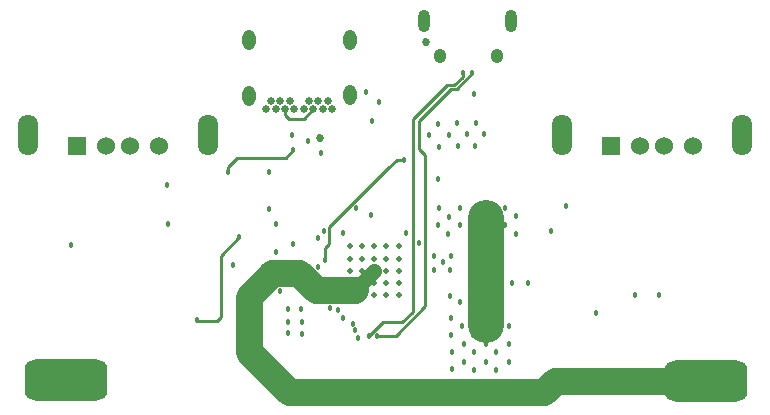
<source format=gbr>
%TF.GenerationSoftware,KiCad,Pcbnew,(6.0.6)*%
%TF.CreationDate,2022-07-25T23:57:11+01:00*%
%TF.ProjectId,Virpar,56697270-6172-42e6-9b69-6361645f7063,rev?*%
%TF.SameCoordinates,Original*%
%TF.FileFunction,Copper,L2,Inr*%
%TF.FilePolarity,Positive*%
%FSLAX46Y46*%
G04 Gerber Fmt 4.6, Leading zero omitted, Abs format (unit mm)*
G04 Created by KiCad (PCBNEW (6.0.6)) date 2022-07-25 23:57:11*
%MOMM*%
%LPD*%
G01*
G04 APERTURE LIST*
G04 Aperture macros list*
%AMRoundRect*
0 Rectangle with rounded corners*
0 $1 Rounding radius*
0 $2 $3 $4 $5 $6 $7 $8 $9 X,Y pos of 4 corners*
0 Add a 4 corners polygon primitive as box body*
4,1,4,$2,$3,$4,$5,$6,$7,$8,$9,$2,$3,0*
0 Add four circle primitives for the rounded corners*
1,1,$1+$1,$2,$3*
1,1,$1+$1,$4,$5*
1,1,$1+$1,$6,$7*
1,1,$1+$1,$8,$9*
0 Add four rect primitives between the rounded corners*
20,1,$1+$1,$2,$3,$4,$5,0*
20,1,$1+$1,$4,$5,$6,$7,0*
20,1,$1+$1,$6,$7,$8,$9,0*
20,1,$1+$1,$8,$9,$2,$3,0*%
G04 Aperture macros list end*
%TA.AperFunction,ComponentPad*%
%ADD10C,0.500000*%
%TD*%
%TA.AperFunction,ComponentPad*%
%ADD11RoundRect,0.875000X-2.625000X-0.875000X2.625000X-0.875000X2.625000X0.875000X-2.625000X0.875000X0*%
%TD*%
%TA.AperFunction,ComponentPad*%
%ADD12R,1.524000X1.524000*%
%TD*%
%TA.AperFunction,ComponentPad*%
%ADD13C,1.524000*%
%TD*%
%TA.AperFunction,ComponentPad*%
%ADD14O,1.700000X3.500000*%
%TD*%
%TA.AperFunction,ComponentPad*%
%ADD15C,0.660400*%
%TD*%
%TA.AperFunction,ComponentPad*%
%ADD16O,1.117600X1.701800*%
%TD*%
%TA.AperFunction,ComponentPad*%
%ADD17O,1.050000X1.250000*%
%TD*%
%TA.AperFunction,ComponentPad*%
%ADD18O,1.000000X1.900000*%
%TD*%
%TA.AperFunction,ViaPad*%
%ADD19C,0.457200*%
%TD*%
%TA.AperFunction,ViaPad*%
%ADD20C,0.685800*%
%TD*%
%TA.AperFunction,Conductor*%
%ADD21C,0.228600*%
%TD*%
%TA.AperFunction,Conductor*%
%ADD22C,2.286000*%
%TD*%
%TA.AperFunction,Conductor*%
%ADD23C,1.270000*%
%TD*%
%TA.AperFunction,Conductor*%
%ADD24C,3.048000*%
%TD*%
G04 APERTURE END LIST*
D10*
%TO.N,GND*%
%TO.C,U1*%
X157853600Y-93608000D03*
X154778600Y-93608000D03*
X157853600Y-92583000D03*
X157853600Y-94633000D03*
X154778600Y-94633000D03*
X157853600Y-91558000D03*
X155803600Y-92583000D03*
X153753600Y-91558000D03*
X155803600Y-93608000D03*
X155803600Y-91558000D03*
X153753600Y-90533000D03*
X153753600Y-94633000D03*
X154778600Y-91558000D03*
X155803600Y-90533000D03*
X156828600Y-91558000D03*
X156828600Y-90533000D03*
X156828600Y-92583000D03*
X154778600Y-92583000D03*
X153753600Y-93608000D03*
X156828600Y-93608000D03*
X155803600Y-94633000D03*
X156828600Y-94633000D03*
X157853600Y-90533000D03*
X154778600Y-90533000D03*
X153753600Y-92583000D03*
%TD*%
D11*
%TO.N,VBAT+*%
%TO.C,BAT+*%
X129667000Y-101828600D03*
%TD*%
%TO.N,GND*%
%TO.C,BAT-*%
X183921400Y-101930200D03*
%TD*%
D12*
%TO.N,VOUT2*%
%TO.C,J4*%
X175818800Y-81994400D03*
D13*
%TO.N,DPA2*%
X178324000Y-82000000D03*
%TO.N,DMA2*%
X180324000Y-82000000D03*
%TO.N,GND*%
X182824000Y-82000000D03*
D14*
X171729400Y-81080000D03*
X186944000Y-81080000D03*
%TD*%
D12*
%TO.N,VOUT1*%
%TO.C,J3*%
X130606800Y-81991200D03*
D13*
%TO.N,DPA1*%
X133112000Y-81996800D03*
%TO.N,DMA1*%
X135112000Y-81996800D03*
%TO.N,GND*%
X137612000Y-81996800D03*
D14*
X126517400Y-81076800D03*
X141732000Y-81076800D03*
%TD*%
D15*
%TO.N,N/C*%
%TO.C,J2*%
X147445792Y-78916399D03*
X151446422Y-78916399D03*
%TO.N,GND*%
X146645666Y-78916399D03*
%TO.N,unconnected-(J2-PadB2)*%
X147045792Y-78216398D03*
%TO.N,unconnected-(J2-PadB3)*%
X147845918Y-78216398D03*
%TO.N,VBUS*%
X148245918Y-78916399D03*
%TO.N,CC2*%
X148646044Y-78216398D03*
%TO.N,DPC*%
X149046044Y-78916399D03*
%TO.N,DMC*%
X149846170Y-78916399D03*
%TO.N,unconnected-(J2-PadB8)*%
X150246170Y-78216398D03*
%TO.N,VBUS*%
X150646296Y-78916399D03*
%TO.N,unconnected-(J2-PadB10)*%
X151046296Y-78216398D03*
%TO.N,unconnected-(J2-PadB11)*%
X151846422Y-78216398D03*
%TO.N,GND*%
X152246548Y-78916399D03*
D16*
X145176108Y-77766399D03*
X153716108Y-73036399D03*
X153771600Y-77749400D03*
X145176108Y-73036399D03*
%TD*%
D17*
%TO.N,GND*%
%TO.C,J1*%
X161340800Y-74450200D03*
D18*
X167386000Y-71450200D03*
D17*
X166166800Y-74450200D03*
D18*
X160020000Y-71450200D03*
%TD*%
D19*
%TO.N,VMID*%
X160460000Y-81120000D03*
%TO.N,DPC*%
X143425000Y-84200000D03*
%TO.N,GND*%
X179875000Y-94625000D03*
X147487500Y-88625000D03*
X161175000Y-84800000D03*
%TO.N,VBAT+*%
X140756996Y-96799400D03*
X144362500Y-89750000D03*
%TO.N,VSYS*%
X165277800Y-97218500D03*
X163271200Y-97294700D03*
X162331400Y-98005900D03*
X165912800Y-88011000D03*
X164261800Y-99453700D03*
X164896800Y-87274400D03*
X164033200Y-88011000D03*
X163372800Y-98818700D03*
X163398200Y-100342700D03*
X162026600Y-89484200D03*
X164007800Y-89535000D03*
X163093400Y-88722200D03*
X162306000Y-96583500D03*
X166116000Y-98082100D03*
X166116000Y-99479100D03*
X167233600Y-97243900D03*
X161188400Y-88696800D03*
X166243000Y-96481900D03*
X167182800Y-100291900D03*
X166903400Y-87299800D03*
X161264600Y-87299800D03*
X167767000Y-87960200D03*
X162382200Y-100901500D03*
X164185600Y-98005900D03*
X162128200Y-88036400D03*
X167182800Y-98793300D03*
X167843200Y-89484200D03*
X165252400Y-98793300D03*
X164287200Y-101003100D03*
X166878000Y-88696800D03*
X165887400Y-89509600D03*
X164871400Y-88671400D03*
X163042600Y-87299800D03*
X164109400Y-96583500D03*
X166090600Y-100977700D03*
X165227000Y-100291900D03*
X162382200Y-99453700D03*
%TO.N,VMID*%
X164312600Y-81991200D03*
X165100000Y-81026000D03*
X161250000Y-82118200D03*
X162814000Y-80111600D03*
X163626800Y-81000600D03*
X164388800Y-80111600D03*
X154254200Y-87249000D03*
X161163000Y-80137000D03*
X162864800Y-82016600D03*
X162153600Y-81076800D03*
%TO.N,Net-(C6-Pad2)*%
X162229800Y-92506800D03*
X160885613Y-91333000D03*
X162306000Y-91338400D03*
X148525000Y-95850000D03*
X161594800Y-91871800D03*
X149682200Y-97917000D03*
X148488400Y-97891600D03*
X149606000Y-95859600D03*
X149656800Y-96926400D03*
X148539200Y-96926400D03*
X160883600Y-92506800D03*
%TO.N,VOUT1*%
X138225000Y-85350000D03*
X147450337Y-90996790D03*
%TO.N,VOUT2*%
X158350000Y-83175000D03*
X151600000Y-91700000D03*
%TO.N,VBUS*%
X151297000Y-82590600D03*
X151050000Y-89800000D03*
D20*
X151175009Y-81374996D03*
D19*
%TO.N,VIN*%
X153150000Y-89400000D03*
D20*
X160200010Y-73249993D03*
D19*
X155625000Y-79925000D03*
%TO.N,DMB*%
X155397200Y-98094800D03*
X163275000Y-75875000D03*
%TO.N,DPB*%
X164084000Y-75869800D03*
X156057600Y-98120200D03*
%TO.N,CC1*%
X153187400Y-96596200D03*
X150225000Y-81600000D03*
%TO.N,DPC*%
X148950000Y-82400000D03*
X154457400Y-98272600D03*
%TO.N,DMC*%
X148876844Y-81101844D03*
X154203400Y-97637600D03*
%TO.N,CC2*%
X153974800Y-97104200D03*
%TO.N,DPA1*%
X147780936Y-94275971D03*
%TO.N,DMA1*%
X143873286Y-92066843D03*
%TO.N,DPA2*%
X152755600Y-95935800D03*
%TO.N,DMA2*%
X152069800Y-95732600D03*
X170764200Y-89230200D03*
%TO.N,VOUT2G*%
X172000000Y-87075000D03*
X151050000Y-92250000D03*
%TO.N,VBUSG*%
X146887500Y-84225000D03*
X148900000Y-90350000D03*
%TO.N,VING*%
X164250000Y-77650000D03*
X155075000Y-77475000D03*
X151522829Y-89200000D03*
%TO.N,Net-(R2-Pad1)*%
X162236336Y-94742000D03*
X168808400Y-93649800D03*
%TO.N,LIGHT*%
X156184600Y-78306300D03*
X159562800Y-90246200D03*
%TO.N,KEY*%
X146875000Y-87400000D03*
X130125000Y-90400000D03*
X138375000Y-88650000D03*
X155500000Y-87850000D03*
%TO.N,Net-(R7-Pad1)*%
X167436800Y-93624400D03*
X163093400Y-95224600D03*
%TO.N,Net-(R10-Pad2)*%
X158496000Y-89433400D03*
%TO.N,Net-(R12-Pad1)*%
X177866800Y-94615000D03*
X174599600Y-96189800D03*
%TD*%
D21*
%TO.N,DPB*%
X162771490Y-77182310D02*
X164084000Y-75869800D01*
X162325339Y-77182310D02*
X162771490Y-77182310D01*
X160135547Y-95617053D02*
X160135547Y-82830988D01*
X159580105Y-82275546D02*
X159580105Y-79927544D01*
X157632400Y-98120200D02*
X160135547Y-95617053D01*
X160135547Y-82830988D02*
X159580105Y-82275546D01*
X159580105Y-79927544D02*
X162325339Y-77182310D01*
X156057600Y-98120200D02*
X157632400Y-98120200D01*
D22*
%TO.N,GND*%
X147170716Y-92802771D02*
X149427771Y-92802771D01*
X149427771Y-92802771D02*
X150875000Y-94250000D01*
X145200000Y-94773487D02*
X147170716Y-92802771D01*
X148575000Y-102825000D02*
X145200000Y-99450000D01*
X145200000Y-99450000D02*
X145200000Y-94773487D01*
X170175000Y-102825000D02*
X148575000Y-102825000D01*
X183921400Y-101930200D02*
X171069800Y-101930200D01*
X171069800Y-101930200D02*
X170175000Y-102825000D01*
D23*
X154136600Y-94250000D02*
X155803600Y-92583000D01*
D22*
X150875009Y-94250002D02*
X154136598Y-94250002D01*
D21*
%TO.N,DPC*%
X148300000Y-83050000D02*
X148950000Y-82400000D01*
X144150000Y-83050000D02*
X148300000Y-83050000D01*
X143425000Y-83775000D02*
X144150000Y-83050000D01*
X143425000Y-84200000D02*
X143425000Y-83775000D01*
%TO.N,VBAT+*%
X142799267Y-96527670D02*
X142515799Y-96811138D01*
X142799267Y-91313233D02*
X142799267Y-96527670D01*
X144362500Y-89750000D02*
X142799267Y-91313233D01*
X142515799Y-96811138D02*
X140754609Y-96811138D01*
D24*
%TO.N,VSYS*%
X165277800Y-97218500D02*
X165277800Y-88094439D01*
D21*
%TO.N,VOUT2*%
X151966829Y-90336573D02*
X151966829Y-88907753D01*
X151966829Y-88907753D02*
X156991341Y-83883241D01*
X151600000Y-90703402D02*
X151966829Y-90336573D01*
X156991341Y-83882524D02*
X157698865Y-83175000D01*
X156991341Y-83883241D02*
X156991341Y-83882524D01*
X151600000Y-91700000D02*
X151600000Y-90703402D01*
X157698865Y-83175000D02*
X158350000Y-83175000D01*
%TO.N,VBUS*%
X148575000Y-79725000D02*
X149837695Y-79725000D01*
X148245918Y-78916399D02*
X148245918Y-79395918D01*
X149837695Y-79725000D02*
X150646296Y-78916399D01*
X148245918Y-79395918D02*
X148575000Y-79725000D01*
%TO.N,DMB*%
X159067500Y-79768700D02*
X161984090Y-76852110D01*
X156527500Y-96964500D02*
X158178500Y-96964500D01*
X159067500Y-96075500D02*
X159067500Y-79768700D01*
X161984090Y-76852110D02*
X162586975Y-76852110D01*
X162586975Y-76852110D02*
X163275000Y-76164085D01*
X158178500Y-96964500D02*
X159067500Y-96075500D01*
X163275000Y-76164085D02*
X163275000Y-75875000D01*
X155397200Y-98094800D02*
X156527500Y-96964500D01*
%TD*%
M02*

</source>
